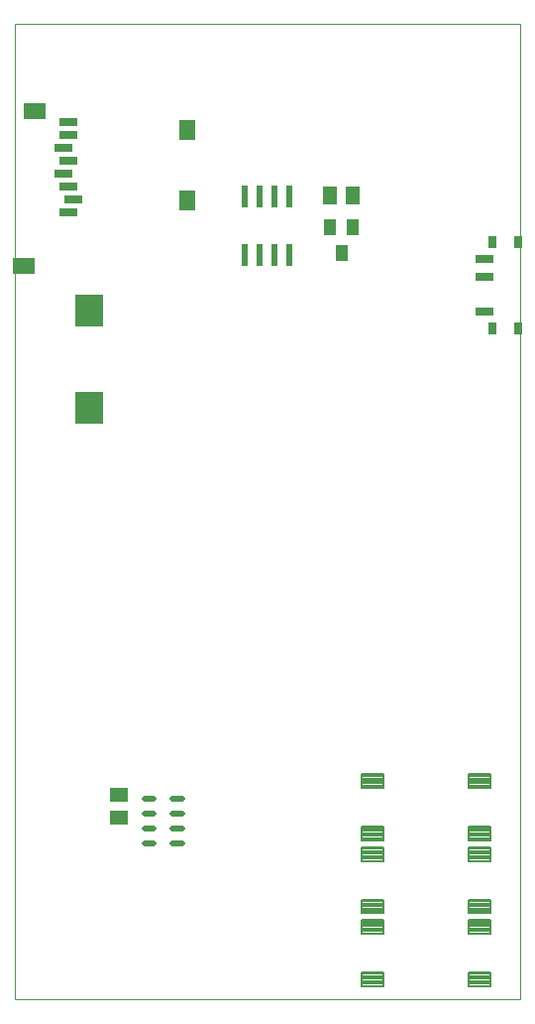
<source format=gtp>
G75*
%MOIN*%
%OFA0B0*%
%FSLAX25Y25*%
%IPPOS*%
%LPD*%
%AMOC8*
5,1,8,0,0,1.08239X$1,22.5*
%
%ADD10C,0.00000*%
%ADD11R,0.07480X0.05512*%
%ADD12R,0.05512X0.07087*%
%ADD13R,0.05906X0.02756*%
%ADD14R,0.03937X0.05512*%
%ADD15R,0.05118X0.05906*%
%ADD16R,0.02200X0.07800*%
%ADD17C,0.02165*%
%ADD18R,0.06299X0.05118*%
%ADD19R,0.09488X0.10669*%
%ADD20R,0.03150X0.03937*%
%ADD21C,0.00815*%
D10*
X0057595Y0123933D02*
X0057595Y0451610D01*
X0227871Y0451610D01*
X0227871Y0123933D01*
X0057595Y0123933D01*
D11*
X0060745Y0370390D03*
X0064288Y0422358D03*
D12*
X0115863Y0416059D03*
X0115863Y0392437D03*
D13*
X0077280Y0392831D03*
X0075705Y0397161D03*
X0074131Y0401492D03*
X0075705Y0405823D03*
X0074131Y0410154D03*
X0075705Y0414484D03*
X0075705Y0418815D03*
X0075705Y0388500D03*
X0215705Y0372791D03*
X0215705Y0366886D03*
X0215705Y0355075D03*
D14*
X0171335Y0383264D03*
X0167595Y0374602D03*
X0163855Y0383264D03*
D15*
X0163855Y0393933D03*
X0171335Y0393933D03*
D16*
X0150095Y0393633D03*
X0145095Y0393633D03*
X0140095Y0393633D03*
X0135095Y0393633D03*
X0135095Y0374233D03*
X0140095Y0374233D03*
X0145095Y0374233D03*
X0150095Y0374233D03*
D17*
X0113895Y0191315D02*
X0110745Y0191315D01*
X0110745Y0191315D01*
X0113895Y0191315D01*
X0113895Y0191315D01*
X0113895Y0186394D02*
X0110745Y0186394D01*
X0110745Y0186394D01*
X0113895Y0186394D01*
X0113895Y0186394D01*
X0113895Y0181472D02*
X0110745Y0181472D01*
X0110745Y0181472D01*
X0113895Y0181472D01*
X0113895Y0181472D01*
X0113895Y0176551D02*
X0110745Y0176551D01*
X0110745Y0176551D01*
X0113895Y0176551D01*
X0113895Y0176551D01*
X0104446Y0176551D02*
X0101296Y0176551D01*
X0101296Y0176551D01*
X0104446Y0176551D01*
X0104446Y0176551D01*
X0104446Y0181472D02*
X0101296Y0181472D01*
X0101296Y0181472D01*
X0104446Y0181472D01*
X0104446Y0181472D01*
X0104446Y0186394D02*
X0101296Y0186394D01*
X0101296Y0186394D01*
X0104446Y0186394D01*
X0104446Y0186394D01*
X0104446Y0191315D02*
X0101296Y0191315D01*
X0101296Y0191315D01*
X0104446Y0191315D01*
X0104446Y0191315D01*
D18*
X0092595Y0192870D03*
X0092595Y0184996D03*
D19*
X0082595Y0322594D03*
X0082595Y0355272D03*
D20*
X0218264Y0349563D03*
X0226926Y0349563D03*
X0226926Y0378303D03*
X0218264Y0378303D03*
D21*
X0217689Y0199579D02*
X0210235Y0199579D01*
X0217689Y0199579D02*
X0217689Y0194961D01*
X0210235Y0194961D01*
X0210235Y0199579D01*
X0210235Y0195775D02*
X0217689Y0195775D01*
X0217689Y0196589D02*
X0210235Y0196589D01*
X0210235Y0197403D02*
X0217689Y0197403D01*
X0217689Y0198217D02*
X0210235Y0198217D01*
X0210235Y0199031D02*
X0217689Y0199031D01*
X0217689Y0181941D02*
X0210235Y0181941D01*
X0217689Y0181941D02*
X0217689Y0177323D01*
X0210235Y0177323D01*
X0210235Y0181941D01*
X0210235Y0178137D02*
X0217689Y0178137D01*
X0217689Y0178951D02*
X0210235Y0178951D01*
X0210235Y0179765D02*
X0217689Y0179765D01*
X0217689Y0180579D02*
X0210235Y0180579D01*
X0210235Y0181393D02*
X0217689Y0181393D01*
X0217689Y0175169D02*
X0210235Y0175169D01*
X0217689Y0175169D02*
X0217689Y0170551D01*
X0210235Y0170551D01*
X0210235Y0175169D01*
X0210235Y0171365D02*
X0217689Y0171365D01*
X0217689Y0172179D02*
X0210235Y0172179D01*
X0210235Y0172993D02*
X0217689Y0172993D01*
X0217689Y0173807D02*
X0210235Y0173807D01*
X0210235Y0174621D02*
X0217689Y0174621D01*
X0217689Y0157531D02*
X0210235Y0157531D01*
X0217689Y0157531D02*
X0217689Y0152913D01*
X0210235Y0152913D01*
X0210235Y0157531D01*
X0210235Y0153727D02*
X0217689Y0153727D01*
X0217689Y0154541D02*
X0210235Y0154541D01*
X0210235Y0155355D02*
X0217689Y0155355D01*
X0217689Y0156169D02*
X0210235Y0156169D01*
X0210235Y0156983D02*
X0217689Y0156983D01*
X0217689Y0150760D02*
X0210235Y0150760D01*
X0217689Y0150760D02*
X0217689Y0146142D01*
X0210235Y0146142D01*
X0210235Y0150760D01*
X0210235Y0146956D02*
X0217689Y0146956D01*
X0217689Y0147770D02*
X0210235Y0147770D01*
X0210235Y0148584D02*
X0217689Y0148584D01*
X0217689Y0149398D02*
X0210235Y0149398D01*
X0210235Y0150212D02*
X0217689Y0150212D01*
X0217689Y0133122D02*
X0210235Y0133122D01*
X0217689Y0133122D02*
X0217689Y0128504D01*
X0210235Y0128504D01*
X0210235Y0133122D01*
X0210235Y0129318D02*
X0217689Y0129318D01*
X0217689Y0130132D02*
X0210235Y0130132D01*
X0210235Y0130946D02*
X0217689Y0130946D01*
X0217689Y0131760D02*
X0210235Y0131760D01*
X0210235Y0132574D02*
X0217689Y0132574D01*
X0181862Y0133122D02*
X0174408Y0133122D01*
X0181862Y0133122D02*
X0181862Y0128504D01*
X0174408Y0128504D01*
X0174408Y0133122D01*
X0174408Y0129318D02*
X0181862Y0129318D01*
X0181862Y0130132D02*
X0174408Y0130132D01*
X0174408Y0130946D02*
X0181862Y0130946D01*
X0181862Y0131760D02*
X0174408Y0131760D01*
X0174408Y0132574D02*
X0181862Y0132574D01*
X0181862Y0150760D02*
X0174408Y0150760D01*
X0181862Y0150760D02*
X0181862Y0146142D01*
X0174408Y0146142D01*
X0174408Y0150760D01*
X0174408Y0146956D02*
X0181862Y0146956D01*
X0181862Y0147770D02*
X0174408Y0147770D01*
X0174408Y0148584D02*
X0181862Y0148584D01*
X0181862Y0149398D02*
X0174408Y0149398D01*
X0174408Y0150212D02*
X0181862Y0150212D01*
X0181862Y0157531D02*
X0174408Y0157531D01*
X0181862Y0157531D02*
X0181862Y0152913D01*
X0174408Y0152913D01*
X0174408Y0157531D01*
X0174408Y0153727D02*
X0181862Y0153727D01*
X0181862Y0154541D02*
X0174408Y0154541D01*
X0174408Y0155355D02*
X0181862Y0155355D01*
X0181862Y0156169D02*
X0174408Y0156169D01*
X0174408Y0156983D02*
X0181862Y0156983D01*
X0181862Y0175169D02*
X0174408Y0175169D01*
X0181862Y0175169D02*
X0181862Y0170551D01*
X0174408Y0170551D01*
X0174408Y0175169D01*
X0174408Y0171365D02*
X0181862Y0171365D01*
X0181862Y0172179D02*
X0174408Y0172179D01*
X0174408Y0172993D02*
X0181862Y0172993D01*
X0181862Y0173807D02*
X0174408Y0173807D01*
X0174408Y0174621D02*
X0181862Y0174621D01*
X0181862Y0181941D02*
X0174408Y0181941D01*
X0181862Y0181941D02*
X0181862Y0177323D01*
X0174408Y0177323D01*
X0174408Y0181941D01*
X0174408Y0178137D02*
X0181862Y0178137D01*
X0181862Y0178951D02*
X0174408Y0178951D01*
X0174408Y0179765D02*
X0181862Y0179765D01*
X0181862Y0180579D02*
X0174408Y0180579D01*
X0174408Y0181393D02*
X0181862Y0181393D01*
X0181862Y0199579D02*
X0174408Y0199579D01*
X0181862Y0199579D02*
X0181862Y0194961D01*
X0174408Y0194961D01*
X0174408Y0199579D01*
X0174408Y0195775D02*
X0181862Y0195775D01*
X0181862Y0196589D02*
X0174408Y0196589D01*
X0174408Y0197403D02*
X0181862Y0197403D01*
X0181862Y0198217D02*
X0174408Y0198217D01*
X0174408Y0199031D02*
X0181862Y0199031D01*
M02*

</source>
